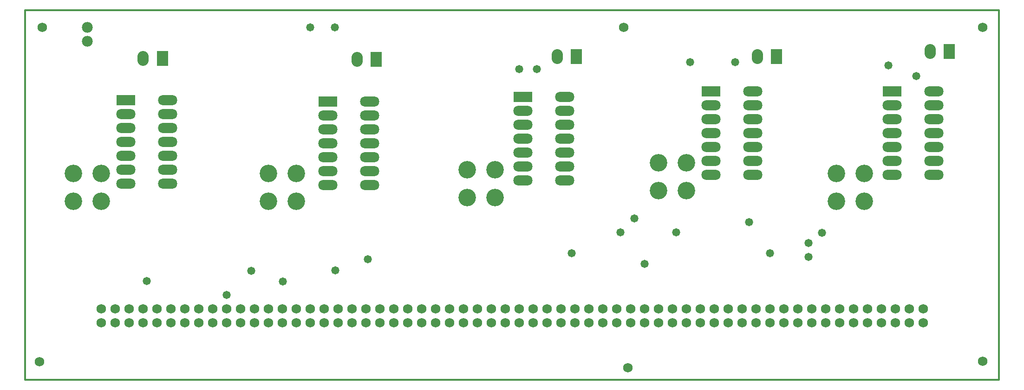
<source format=gbs>
G04*
G04 #@! TF.GenerationSoftware,Altium Limited,CircuitMaker,2.2.1 (2.2.1.6)*
G04*
G04 Layer_Color=8150272*
%FSLAX25Y25*%
%MOIN*%
G70*
G04*
G04 #@! TF.SameCoordinates,35D340AA-2A3D-450E-9165-5FFDE7E77ED7*
G04*
G04*
G04 #@! TF.FilePolarity,Negative*
G04*
G01*
G75*
%ADD10C,0.01181*%
%ADD17C,0.07800*%
%ADD18R,0.13800X0.07300*%
%ADD19O,0.13800X0.07300*%
%ADD20C,0.06800*%
%ADD21C,0.12611*%
%ADD22R,0.08083X0.10642*%
%ADD23O,0.08083X0.10642*%
%ADD24C,0.05800*%
D10*
X137795Y216535D02*
Y482283D01*
Y216535D02*
X836614D01*
Y482283D01*
X137795D02*
X836614D01*
D17*
X182500Y470000D02*
D03*
Y460000D02*
D03*
D18*
X495000Y420000D02*
D03*
X210000Y417500D02*
D03*
X630000Y424000D02*
D03*
X760000D02*
D03*
X355000Y416500D02*
D03*
D19*
X495000Y410000D02*
D03*
Y400000D02*
D03*
Y390000D02*
D03*
Y380000D02*
D03*
Y370000D02*
D03*
Y360000D02*
D03*
X525000Y420000D02*
D03*
Y410000D02*
D03*
Y400000D02*
D03*
Y390000D02*
D03*
Y380000D02*
D03*
Y370000D02*
D03*
Y360000D02*
D03*
X240000Y357500D02*
D03*
Y367500D02*
D03*
Y377500D02*
D03*
Y387500D02*
D03*
Y397500D02*
D03*
Y407500D02*
D03*
Y417500D02*
D03*
X210000Y357500D02*
D03*
Y367500D02*
D03*
Y377500D02*
D03*
Y387500D02*
D03*
Y397500D02*
D03*
Y407500D02*
D03*
X660000Y364000D02*
D03*
Y374000D02*
D03*
Y384000D02*
D03*
Y394000D02*
D03*
Y404000D02*
D03*
Y414000D02*
D03*
Y424000D02*
D03*
X630000Y364000D02*
D03*
Y374000D02*
D03*
Y384000D02*
D03*
Y394000D02*
D03*
Y404000D02*
D03*
Y414000D02*
D03*
X790000Y364000D02*
D03*
Y374000D02*
D03*
Y384000D02*
D03*
Y394000D02*
D03*
Y404000D02*
D03*
Y414000D02*
D03*
Y424000D02*
D03*
X760000Y364000D02*
D03*
Y374000D02*
D03*
Y384000D02*
D03*
Y394000D02*
D03*
Y404000D02*
D03*
Y414000D02*
D03*
X385000Y356500D02*
D03*
Y366500D02*
D03*
Y376500D02*
D03*
Y386500D02*
D03*
Y396500D02*
D03*
Y406500D02*
D03*
Y416500D02*
D03*
X355000Y356500D02*
D03*
Y366500D02*
D03*
Y376500D02*
D03*
Y386500D02*
D03*
Y396500D02*
D03*
Y406500D02*
D03*
D20*
X567500Y470000D02*
D03*
X570528Y225277D02*
D03*
X147895Y229505D02*
D03*
X825000Y230000D02*
D03*
Y470000D02*
D03*
X150000D02*
D03*
X192500Y267500D02*
D03*
X202500D02*
D03*
X212500D02*
D03*
X222500D02*
D03*
X232500D02*
D03*
X242500D02*
D03*
X252500D02*
D03*
X262500D02*
D03*
X272500D02*
D03*
X282500D02*
D03*
X292500D02*
D03*
X302500D02*
D03*
X312500D02*
D03*
X322500D02*
D03*
X332500D02*
D03*
X342500D02*
D03*
X352500D02*
D03*
X362500D02*
D03*
X372500D02*
D03*
X382500D02*
D03*
X192500Y257500D02*
D03*
X202500D02*
D03*
X212500D02*
D03*
X222500D02*
D03*
X232500D02*
D03*
X242500D02*
D03*
X252500D02*
D03*
X262500D02*
D03*
X272500D02*
D03*
X282500D02*
D03*
X292500D02*
D03*
X302500D02*
D03*
X312500D02*
D03*
X322500D02*
D03*
X332500D02*
D03*
X342500D02*
D03*
X352500D02*
D03*
X362500D02*
D03*
X372500D02*
D03*
X382500D02*
D03*
X782500D02*
D03*
X772500D02*
D03*
X762500D02*
D03*
X752500D02*
D03*
X742500D02*
D03*
X732500D02*
D03*
X722500D02*
D03*
X712500D02*
D03*
X702500D02*
D03*
X692500D02*
D03*
X682500D02*
D03*
X672500D02*
D03*
X662500D02*
D03*
X652500D02*
D03*
X642500D02*
D03*
X632500D02*
D03*
X622500D02*
D03*
X612500D02*
D03*
X602500D02*
D03*
X592500D02*
D03*
X782500Y267500D02*
D03*
X772500D02*
D03*
X762500D02*
D03*
X752500D02*
D03*
X742500D02*
D03*
X732500D02*
D03*
X722500D02*
D03*
X712500D02*
D03*
X702500D02*
D03*
X692500D02*
D03*
X682500D02*
D03*
X672500D02*
D03*
X662500D02*
D03*
X652500D02*
D03*
X642500D02*
D03*
X632500D02*
D03*
X622500D02*
D03*
X612500D02*
D03*
X602500D02*
D03*
X592500D02*
D03*
X582500Y257500D02*
D03*
X572500D02*
D03*
X562500D02*
D03*
X552500D02*
D03*
X542500D02*
D03*
X532500D02*
D03*
X522500D02*
D03*
X512500D02*
D03*
X502500D02*
D03*
X492500D02*
D03*
X482500D02*
D03*
X472500D02*
D03*
X462500D02*
D03*
X452500D02*
D03*
X442500D02*
D03*
X432500D02*
D03*
X422500D02*
D03*
X412500D02*
D03*
X402500D02*
D03*
X392500D02*
D03*
X582500Y267500D02*
D03*
X572500D02*
D03*
X562500D02*
D03*
X552500D02*
D03*
X542500D02*
D03*
X532500D02*
D03*
X522500D02*
D03*
X512500D02*
D03*
X502500D02*
D03*
X492500D02*
D03*
X482500D02*
D03*
X472500D02*
D03*
X462500D02*
D03*
X452500D02*
D03*
X442500D02*
D03*
X432500D02*
D03*
X422500D02*
D03*
X412500D02*
D03*
X402500D02*
D03*
X392500D02*
D03*
D21*
X720000Y365000D02*
D03*
X740000D02*
D03*
X720000Y345000D02*
D03*
X740000D02*
D03*
X455000Y367500D02*
D03*
X475000D02*
D03*
X455000Y347500D02*
D03*
X475000D02*
D03*
X312500Y365000D02*
D03*
X332500D02*
D03*
X312500Y345000D02*
D03*
X332500D02*
D03*
X172500Y365000D02*
D03*
X192500D02*
D03*
X172500Y345000D02*
D03*
X192500D02*
D03*
X612500Y352500D02*
D03*
X592500D02*
D03*
X612500Y372500D02*
D03*
X592500D02*
D03*
D22*
X236280Y447500D02*
D03*
X389764Y446850D02*
D03*
X677165Y448819D02*
D03*
X801181Y452756D02*
D03*
X533465Y448819D02*
D03*
D23*
X222500Y447500D02*
D03*
X375984Y446850D02*
D03*
X663386Y448819D02*
D03*
X787402Y452756D02*
D03*
X519685Y448819D02*
D03*
D24*
X322835Y287402D02*
D03*
X360236Y295276D02*
D03*
X383858Y303150D02*
D03*
X575000Y332500D02*
D03*
X605000Y322500D02*
D03*
X565000D02*
D03*
X709688Y322187D02*
D03*
X700000Y315000D02*
D03*
Y305000D02*
D03*
X657500Y330000D02*
D03*
X300000Y295000D02*
D03*
X225000Y287500D02*
D03*
X672500Y307500D02*
D03*
X582500Y300000D02*
D03*
X530000Y307500D02*
D03*
X282500Y277500D02*
D03*
X777500Y435000D02*
D03*
X757500Y442500D02*
D03*
X647500Y445000D02*
D03*
X615000D02*
D03*
X505000Y440000D02*
D03*
X492500D02*
D03*
X360000Y470000D02*
D03*
X342500D02*
D03*
M02*

</source>
